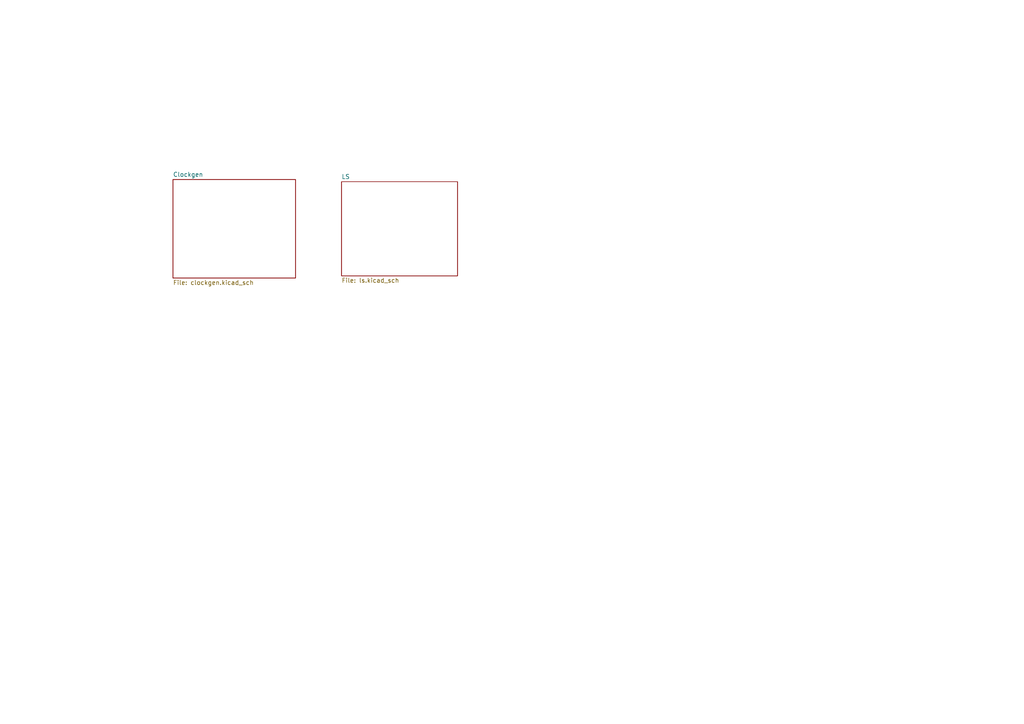
<source format=kicad_sch>
(kicad_sch (version 20230121) (generator eeschema)
  (paper "A4")
  (lib_symbols)
  (sheet (at 99.06 52.705) (size 33.655 27.305) (stroke (width 0.1524))
    (property "Sheetname" "LS" (at 99.06 51.9934 0) (effects (justify left bottom)))
    (property "Sheetfile" "ls.kicad_sch" (at 99.06 80.5946 0) (effects (justify left top)))
  )
  (sheet (at 50.165 52.07) (size 35.56 28.575) (stroke (width 0.1524))
    (property "Sheetname" "Clockgen" (at 50.165 51.3584 0) (effects (justify left bottom)))
    (property "Sheetfile" "clockgen.kicad_sch" (at 50.165 81.2296 0) (effects (justify left top)))
  )
)
</source>
